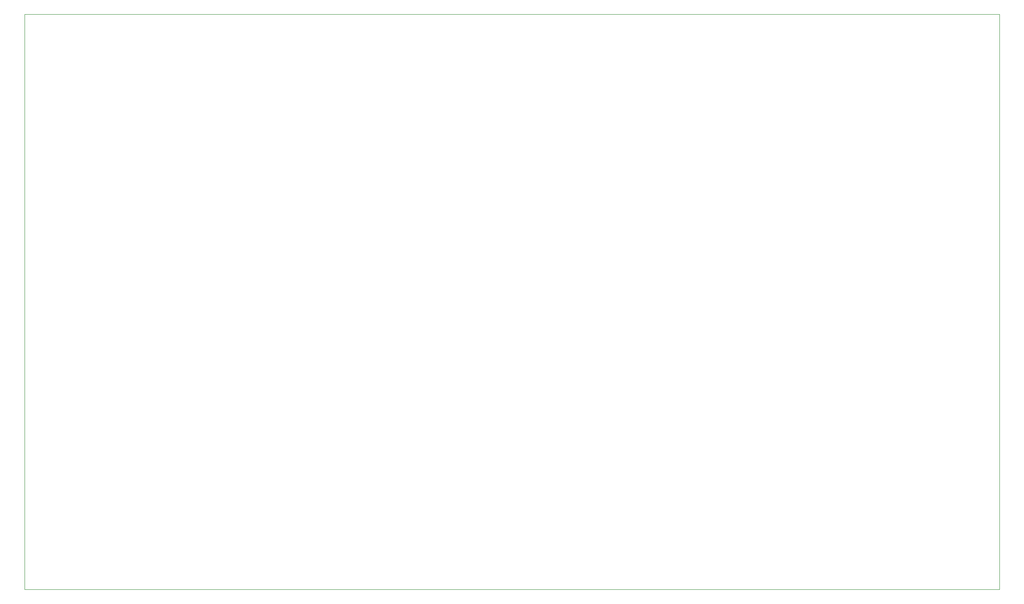
<source format=gko>
G04 (created by PCBNEW (2013-07-07 BZR 4022)-stable) date 9/7/2014 7:10:48 AM*
%MOIN*%
G04 Gerber Fmt 3.4, Leading zero omitted, Abs format*
%FSLAX34Y34*%
G01*
G70*
G90*
G04 APERTURE LIST*
%ADD10C,0.00590551*%
%ADD11C,0.00393701*%
G04 APERTURE END LIST*
G54D10*
G54D11*
X46751Y-42322D02*
X46751Y-85629D01*
X122145Y-42322D02*
X122145Y-86811D01*
X122145Y-42322D02*
X46751Y-42322D01*
X46751Y-86811D02*
X122145Y-86811D01*
X46751Y-85629D02*
X46751Y-86811D01*
M02*

</source>
